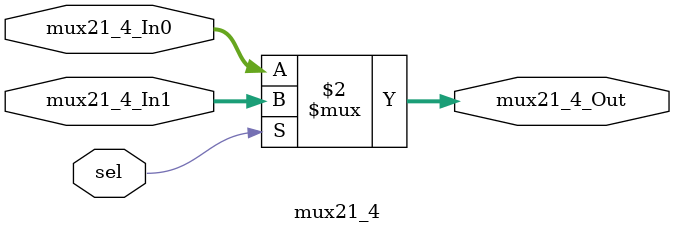
<source format=v>


// Author(s)      : Fearghal Morgan
// Company        : UG
// Email          : fearghal.morgan@universityofgalway.ie
// Date           : 27/03/2023

// entity signal dictionary
// mux21_4_In1	mux21_4_In1 description
// mux21_4_In0	mux21_4_In0 description
// sel	sel description
// mux21_4_Out	mux21_4_Out description

// internal signal dictionary
// None



// module declaration
module mux21_4(
		mux21_4_In1,
		mux21_4_In0,
		sel,
		mux21_4_Out
	);

	// Port definitions
	input [3:0] mux21_4_In1;
	input [3:0] mux21_4_In0;
	input  sel;
	output [3:0] mux21_4_Out;

    reg [3:0] mux21_4_Out;

    // Internal signal declarations
    // None

    always @(mux21_4_In1 or mux21_4_In0 or sel )
    begin : mux21_4_p
    	// Complete the process if required
    	mux21_4_Out <= mux21_4_In0; // default assignment
    	if (sel) 
      	  begin 
      	     mux21_4_Out <= mux21_4_In1;
      	  end 
    end


endmodule


</source>
